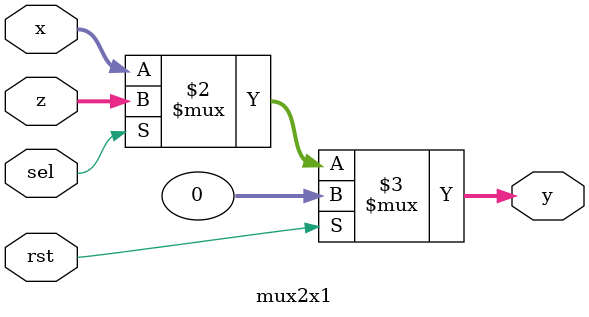
<source format=v>
module mux2x1( 
    input [31:0]x,z,
    input sel,rst,
    output [31:0]y
  );
assign y = ( rst )? 0 :
            (sel == 0)? x : z;
endmodule

</source>
